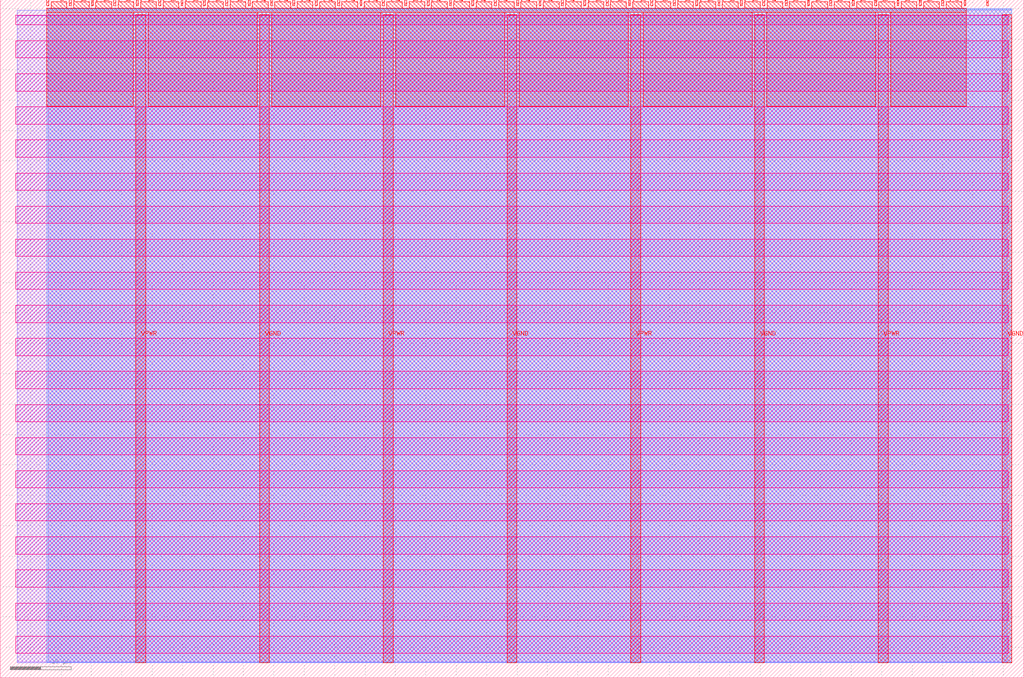
<source format=lef>
VERSION 5.7 ;
  NOWIREEXTENSIONATPIN ON ;
  DIVIDERCHAR "/" ;
  BUSBITCHARS "[]" ;
MACRO tt_um_ccollatz_SergioOliveros
  CLASS BLOCK ;
  FOREIGN tt_um_ccollatz_SergioOliveros ;
  ORIGIN 0.000 0.000 ;
  SIZE 168.360 BY 111.520 ;
  PIN VGND
    DIRECTION INOUT ;
    USE GROUND ;
    PORT
      LAYER met4 ;
        RECT 42.670 2.480 44.270 109.040 ;
    END
    PORT
      LAYER met4 ;
        RECT 83.380 2.480 84.980 109.040 ;
    END
    PORT
      LAYER met4 ;
        RECT 124.090 2.480 125.690 109.040 ;
    END
    PORT
      LAYER met4 ;
        RECT 164.800 2.480 166.400 109.040 ;
    END
  END VGND
  PIN VPWR
    DIRECTION INOUT ;
    USE POWER ;
    PORT
      LAYER met4 ;
        RECT 22.315 2.480 23.915 109.040 ;
    END
    PORT
      LAYER met4 ;
        RECT 63.025 2.480 64.625 109.040 ;
    END
    PORT
      LAYER met4 ;
        RECT 103.735 2.480 105.335 109.040 ;
    END
    PORT
      LAYER met4 ;
        RECT 144.445 2.480 146.045 109.040 ;
    END
  END VPWR
  PIN clk
    DIRECTION INPUT ;
    USE SIGNAL ;
    ANTENNAGATEAREA 0.852000 ;
    PORT
      LAYER met4 ;
        RECT 158.550 110.520 158.850 111.520 ;
    END
  END clk
  PIN ena
    DIRECTION INPUT ;
    USE SIGNAL ;
    PORT
      LAYER met4 ;
        RECT 162.230 110.520 162.530 111.520 ;
    END
  END ena
  PIN rst_n
    DIRECTION INPUT ;
    USE SIGNAL ;
    ANTENNAGATEAREA 0.196500 ;
    PORT
      LAYER met4 ;
        RECT 154.870 110.520 155.170 111.520 ;
    END
  END rst_n
  PIN ui_in[0]
    DIRECTION INPUT ;
    USE SIGNAL ;
    ANTENNAGATEAREA 0.196500 ;
    PORT
      LAYER met4 ;
        RECT 151.190 110.520 151.490 111.520 ;
    END
  END ui_in[0]
  PIN ui_in[1]
    DIRECTION INPUT ;
    USE SIGNAL ;
    ANTENNAGATEAREA 0.196500 ;
    PORT
      LAYER met4 ;
        RECT 147.510 110.520 147.810 111.520 ;
    END
  END ui_in[1]
  PIN ui_in[2]
    DIRECTION INPUT ;
    USE SIGNAL ;
    ANTENNAGATEAREA 0.196500 ;
    PORT
      LAYER met4 ;
        RECT 143.830 110.520 144.130 111.520 ;
    END
  END ui_in[2]
  PIN ui_in[3]
    DIRECTION INPUT ;
    USE SIGNAL ;
    ANTENNAGATEAREA 0.196500 ;
    PORT
      LAYER met4 ;
        RECT 140.150 110.520 140.450 111.520 ;
    END
  END ui_in[3]
  PIN ui_in[4]
    DIRECTION INPUT ;
    USE SIGNAL ;
    ANTENNAGATEAREA 0.196500 ;
    PORT
      LAYER met4 ;
        RECT 136.470 110.520 136.770 111.520 ;
    END
  END ui_in[4]
  PIN ui_in[5]
    DIRECTION INPUT ;
    USE SIGNAL ;
    ANTENNAGATEAREA 0.196500 ;
    PORT
      LAYER met4 ;
        RECT 132.790 110.520 133.090 111.520 ;
    END
  END ui_in[5]
  PIN ui_in[6]
    DIRECTION INPUT ;
    USE SIGNAL ;
    ANTENNAGATEAREA 0.196500 ;
    PORT
      LAYER met4 ;
        RECT 129.110 110.520 129.410 111.520 ;
    END
  END ui_in[6]
  PIN ui_in[7]
    DIRECTION INPUT ;
    USE SIGNAL ;
    ANTENNAGATEAREA 0.196500 ;
    PORT
      LAYER met4 ;
        RECT 125.430 110.520 125.730 111.520 ;
    END
  END ui_in[7]
  PIN uio_in[0]
    DIRECTION INPUT ;
    USE SIGNAL ;
    PORT
      LAYER met4 ;
        RECT 121.750 110.520 122.050 111.520 ;
    END
  END uio_in[0]
  PIN uio_in[1]
    DIRECTION INPUT ;
    USE SIGNAL ;
    PORT
      LAYER met4 ;
        RECT 118.070 110.520 118.370 111.520 ;
    END
  END uio_in[1]
  PIN uio_in[2]
    DIRECTION INPUT ;
    USE SIGNAL ;
    PORT
      LAYER met4 ;
        RECT 114.390 110.520 114.690 111.520 ;
    END
  END uio_in[2]
  PIN uio_in[3]
    DIRECTION INPUT ;
    USE SIGNAL ;
    PORT
      LAYER met4 ;
        RECT 110.710 110.520 111.010 111.520 ;
    END
  END uio_in[3]
  PIN uio_in[4]
    DIRECTION INPUT ;
    USE SIGNAL ;
    PORT
      LAYER met4 ;
        RECT 107.030 110.520 107.330 111.520 ;
    END
  END uio_in[4]
  PIN uio_in[5]
    DIRECTION INPUT ;
    USE SIGNAL ;
    PORT
      LAYER met4 ;
        RECT 103.350 110.520 103.650 111.520 ;
    END
  END uio_in[5]
  PIN uio_in[6]
    DIRECTION INPUT ;
    USE SIGNAL ;
    PORT
      LAYER met4 ;
        RECT 99.670 110.520 99.970 111.520 ;
    END
  END uio_in[6]
  PIN uio_in[7]
    DIRECTION INPUT ;
    USE SIGNAL ;
    PORT
      LAYER met4 ;
        RECT 95.990 110.520 96.290 111.520 ;
    END
  END uio_in[7]
  PIN uio_oe[0]
    DIRECTION OUTPUT TRISTATE ;
    USE SIGNAL ;
    PORT
      LAYER met4 ;
        RECT 33.430 110.520 33.730 111.520 ;
    END
  END uio_oe[0]
  PIN uio_oe[1]
    DIRECTION OUTPUT TRISTATE ;
    USE SIGNAL ;
    PORT
      LAYER met4 ;
        RECT 29.750 110.520 30.050 111.520 ;
    END
  END uio_oe[1]
  PIN uio_oe[2]
    DIRECTION OUTPUT TRISTATE ;
    USE SIGNAL ;
    PORT
      LAYER met4 ;
        RECT 26.070 110.520 26.370 111.520 ;
    END
  END uio_oe[2]
  PIN uio_oe[3]
    DIRECTION OUTPUT TRISTATE ;
    USE SIGNAL ;
    PORT
      LAYER met4 ;
        RECT 22.390 110.520 22.690 111.520 ;
    END
  END uio_oe[3]
  PIN uio_oe[4]
    DIRECTION OUTPUT TRISTATE ;
    USE SIGNAL ;
    PORT
      LAYER met4 ;
        RECT 18.710 110.520 19.010 111.520 ;
    END
  END uio_oe[4]
  PIN uio_oe[5]
    DIRECTION OUTPUT TRISTATE ;
    USE SIGNAL ;
    PORT
      LAYER met4 ;
        RECT 15.030 110.520 15.330 111.520 ;
    END
  END uio_oe[5]
  PIN uio_oe[6]
    DIRECTION OUTPUT TRISTATE ;
    USE SIGNAL ;
    PORT
      LAYER met4 ;
        RECT 11.350 110.520 11.650 111.520 ;
    END
  END uio_oe[6]
  PIN uio_oe[7]
    DIRECTION OUTPUT TRISTATE ;
    USE SIGNAL ;
    PORT
      LAYER met4 ;
        RECT 7.670 110.520 7.970 111.520 ;
    END
  END uio_oe[7]
  PIN uio_out[0]
    DIRECTION OUTPUT TRISTATE ;
    USE SIGNAL ;
    ANTENNAGATEAREA 0.747000 ;
    ANTENNADIFFAREA 0.891000 ;
    PORT
      LAYER met4 ;
        RECT 62.870 110.520 63.170 111.520 ;
    END
  END uio_out[0]
  PIN uio_out[1]
    DIRECTION OUTPUT TRISTATE ;
    USE SIGNAL ;
    ANTENNAGATEAREA 0.252000 ;
    ANTENNADIFFAREA 0.891000 ;
    PORT
      LAYER met4 ;
        RECT 59.190 110.520 59.490 111.520 ;
    END
  END uio_out[1]
  PIN uio_out[2]
    DIRECTION OUTPUT TRISTATE ;
    USE SIGNAL ;
    ANTENNAGATEAREA 0.252000 ;
    ANTENNADIFFAREA 0.891000 ;
    PORT
      LAYER met4 ;
        RECT 55.510 110.520 55.810 111.520 ;
    END
  END uio_out[2]
  PIN uio_out[3]
    DIRECTION OUTPUT TRISTATE ;
    USE SIGNAL ;
    ANTENNAGATEAREA 0.747000 ;
    ANTENNADIFFAREA 0.891000 ;
    PORT
      LAYER met4 ;
        RECT 51.830 110.520 52.130 111.520 ;
    END
  END uio_out[3]
  PIN uio_out[4]
    DIRECTION OUTPUT TRISTATE ;
    USE SIGNAL ;
    ANTENNAGATEAREA 0.252000 ;
    ANTENNADIFFAREA 0.445500 ;
    PORT
      LAYER met4 ;
        RECT 48.150 110.520 48.450 111.520 ;
    END
  END uio_out[4]
  PIN uio_out[5]
    DIRECTION OUTPUT TRISTATE ;
    USE SIGNAL ;
    ANTENNAGATEAREA 0.747000 ;
    ANTENNADIFFAREA 0.891000 ;
    PORT
      LAYER met4 ;
        RECT 44.470 110.520 44.770 111.520 ;
    END
  END uio_out[5]
  PIN uio_out[6]
    DIRECTION OUTPUT TRISTATE ;
    USE SIGNAL ;
    ANTENNAGATEAREA 0.373500 ;
    ANTENNADIFFAREA 0.891000 ;
    PORT
      LAYER met4 ;
        RECT 40.790 110.520 41.090 111.520 ;
    END
  END uio_out[6]
  PIN uio_out[7]
    DIRECTION OUTPUT TRISTATE ;
    USE SIGNAL ;
    ANTENNAGATEAREA 0.126000 ;
    ANTENNADIFFAREA 0.891000 ;
    PORT
      LAYER met4 ;
        RECT 37.110 110.520 37.410 111.520 ;
    END
  END uio_out[7]
  PIN uo_out[0]
    DIRECTION OUTPUT TRISTATE ;
    USE SIGNAL ;
    ANTENNADIFFAREA 0.445500 ;
    PORT
      LAYER met4 ;
        RECT 92.310 110.520 92.610 111.520 ;
    END
  END uo_out[0]
  PIN uo_out[1]
    DIRECTION OUTPUT TRISTATE ;
    USE SIGNAL ;
    PORT
      LAYER met4 ;
        RECT 88.630 110.520 88.930 111.520 ;
    END
  END uo_out[1]
  PIN uo_out[2]
    DIRECTION OUTPUT TRISTATE ;
    USE SIGNAL ;
    PORT
      LAYER met4 ;
        RECT 84.950 110.520 85.250 111.520 ;
    END
  END uo_out[2]
  PIN uo_out[3]
    DIRECTION OUTPUT TRISTATE ;
    USE SIGNAL ;
    PORT
      LAYER met4 ;
        RECT 81.270 110.520 81.570 111.520 ;
    END
  END uo_out[3]
  PIN uo_out[4]
    DIRECTION OUTPUT TRISTATE ;
    USE SIGNAL ;
    PORT
      LAYER met4 ;
        RECT 77.590 110.520 77.890 111.520 ;
    END
  END uo_out[4]
  PIN uo_out[5]
    DIRECTION OUTPUT TRISTATE ;
    USE SIGNAL ;
    PORT
      LAYER met4 ;
        RECT 73.910 110.520 74.210 111.520 ;
    END
  END uo_out[5]
  PIN uo_out[6]
    DIRECTION OUTPUT TRISTATE ;
    USE SIGNAL ;
    PORT
      LAYER met4 ;
        RECT 70.230 110.520 70.530 111.520 ;
    END
  END uo_out[6]
  PIN uo_out[7]
    DIRECTION OUTPUT TRISTATE ;
    USE SIGNAL ;
    PORT
      LAYER met4 ;
        RECT 66.550 110.520 66.850 111.520 ;
    END
  END uo_out[7]
  OBS
      LAYER nwell ;
        RECT 2.570 107.385 165.790 108.990 ;
        RECT 2.570 101.945 165.790 104.775 ;
        RECT 2.570 96.505 165.790 99.335 ;
        RECT 2.570 91.065 165.790 93.895 ;
        RECT 2.570 85.625 165.790 88.455 ;
        RECT 2.570 80.185 165.790 83.015 ;
        RECT 2.570 74.745 165.790 77.575 ;
        RECT 2.570 69.305 165.790 72.135 ;
        RECT 2.570 63.865 165.790 66.695 ;
        RECT 2.570 58.425 165.790 61.255 ;
        RECT 2.570 52.985 165.790 55.815 ;
        RECT 2.570 47.545 165.790 50.375 ;
        RECT 2.570 42.105 165.790 44.935 ;
        RECT 2.570 36.665 165.790 39.495 ;
        RECT 2.570 31.225 165.790 34.055 ;
        RECT 2.570 25.785 165.790 28.615 ;
        RECT 2.570 20.345 165.790 23.175 ;
        RECT 2.570 14.905 165.790 17.735 ;
        RECT 2.570 9.465 165.790 12.295 ;
        RECT 2.570 4.025 165.790 6.855 ;
      LAYER li1 ;
        RECT 2.760 2.635 165.600 108.885 ;
      LAYER met1 ;
        RECT 2.760 2.480 166.400 109.780 ;
      LAYER met2 ;
        RECT 7.910 2.535 166.370 110.005 ;
      LAYER met3 ;
        RECT 7.630 2.555 166.390 109.985 ;
      LAYER met4 ;
        RECT 8.370 110.120 10.950 111.170 ;
        RECT 12.050 110.120 14.630 111.170 ;
        RECT 15.730 110.120 18.310 111.170 ;
        RECT 19.410 110.120 21.990 111.170 ;
        RECT 23.090 110.120 25.670 111.170 ;
        RECT 26.770 110.120 29.350 111.170 ;
        RECT 30.450 110.120 33.030 111.170 ;
        RECT 34.130 110.120 36.710 111.170 ;
        RECT 37.810 110.120 40.390 111.170 ;
        RECT 41.490 110.120 44.070 111.170 ;
        RECT 45.170 110.120 47.750 111.170 ;
        RECT 48.850 110.120 51.430 111.170 ;
        RECT 52.530 110.120 55.110 111.170 ;
        RECT 56.210 110.120 58.790 111.170 ;
        RECT 59.890 110.120 62.470 111.170 ;
        RECT 63.570 110.120 66.150 111.170 ;
        RECT 67.250 110.120 69.830 111.170 ;
        RECT 70.930 110.120 73.510 111.170 ;
        RECT 74.610 110.120 77.190 111.170 ;
        RECT 78.290 110.120 80.870 111.170 ;
        RECT 81.970 110.120 84.550 111.170 ;
        RECT 85.650 110.120 88.230 111.170 ;
        RECT 89.330 110.120 91.910 111.170 ;
        RECT 93.010 110.120 95.590 111.170 ;
        RECT 96.690 110.120 99.270 111.170 ;
        RECT 100.370 110.120 102.950 111.170 ;
        RECT 104.050 110.120 106.630 111.170 ;
        RECT 107.730 110.120 110.310 111.170 ;
        RECT 111.410 110.120 113.990 111.170 ;
        RECT 115.090 110.120 117.670 111.170 ;
        RECT 118.770 110.120 121.350 111.170 ;
        RECT 122.450 110.120 125.030 111.170 ;
        RECT 126.130 110.120 128.710 111.170 ;
        RECT 129.810 110.120 132.390 111.170 ;
        RECT 133.490 110.120 136.070 111.170 ;
        RECT 137.170 110.120 139.750 111.170 ;
        RECT 140.850 110.120 143.430 111.170 ;
        RECT 144.530 110.120 147.110 111.170 ;
        RECT 148.210 110.120 150.790 111.170 ;
        RECT 151.890 110.120 154.470 111.170 ;
        RECT 155.570 110.120 158.150 111.170 ;
        RECT 7.655 109.440 158.865 110.120 ;
        RECT 7.655 94.015 21.915 109.440 ;
        RECT 24.315 94.015 42.270 109.440 ;
        RECT 44.670 94.015 62.625 109.440 ;
        RECT 65.025 94.015 82.980 109.440 ;
        RECT 85.380 94.015 103.335 109.440 ;
        RECT 105.735 94.015 123.690 109.440 ;
        RECT 126.090 94.015 144.045 109.440 ;
        RECT 146.445 94.015 158.865 109.440 ;
  END
END tt_um_ccollatz_SergioOliveros
END LIBRARY


</source>
